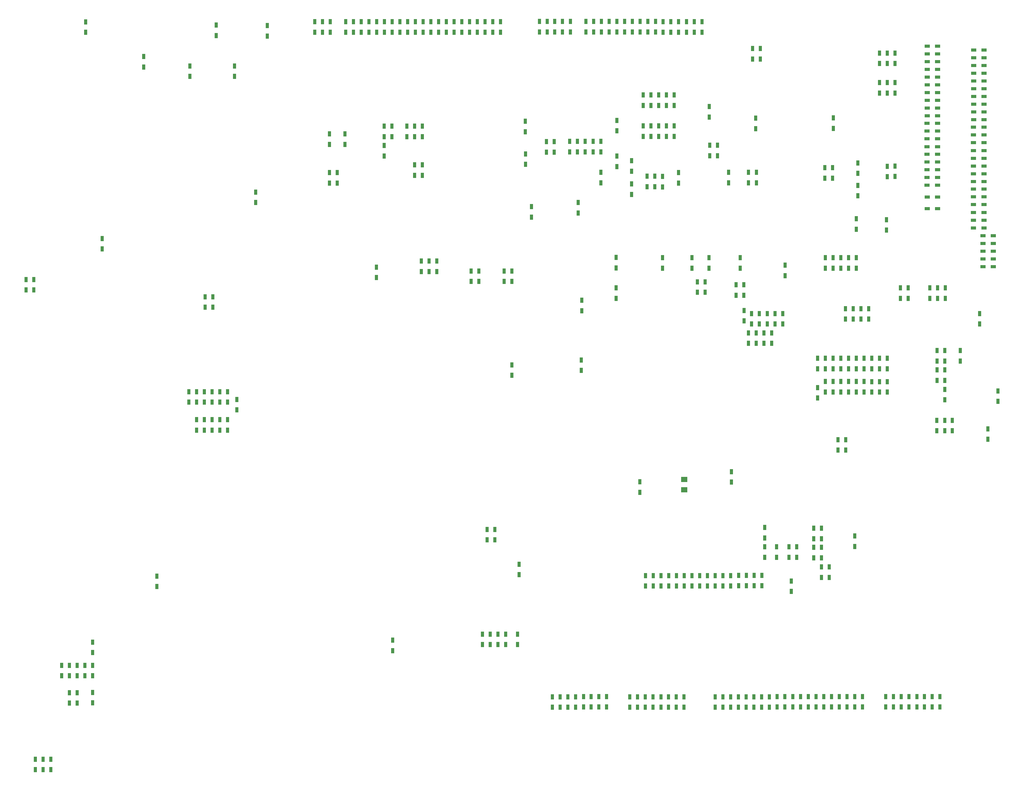
<source format=gbr>
%FSLAX34Y34*%
%MOMM*%
%LNSMDMASK_BOTTOM*%
G71*
G01*
%ADD10R,1.100X1.700*%
%ADD11R,1.700X1.100*%
%ADD12R,2.100X1.700*%
%LPD*%
X1016794Y929481D02*
G54D10*
D03*
X1016794Y895350D02*
G54D10*
D03*
X1042194Y929481D02*
G54D10*
D03*
X1042194Y895350D02*
G54D10*
D03*
X1067594Y929481D02*
G54D10*
D03*
X1067594Y895350D02*
G54D10*
D03*
X1118394Y929481D02*
G54D10*
D03*
X1118394Y895350D02*
G54D10*
D03*
X1143794Y929481D02*
G54D10*
D03*
X1143794Y895350D02*
G54D10*
D03*
X1169194Y929481D02*
G54D10*
D03*
X1169194Y895350D02*
G54D10*
D03*
X1194594Y929481D02*
G54D10*
D03*
X1194594Y895350D02*
G54D10*
D03*
X1219994Y929481D02*
G54D10*
D03*
X1219994Y895350D02*
G54D10*
D03*
X1245394Y895350D02*
G54D10*
D03*
X1245394Y929481D02*
G54D10*
D03*
X1270794Y895350D02*
G54D10*
D03*
X1270794Y929481D02*
G54D10*
D03*
X264319Y894556D02*
G54D10*
D03*
X264319Y928688D02*
G54D10*
D03*
X454819Y781050D02*
G54D10*
D03*
X454819Y815181D02*
G54D10*
D03*
X606425Y750094D02*
G54D10*
D03*
X606425Y784225D02*
G54D10*
D03*
X692944Y884238D02*
G54D10*
D03*
X692944Y918369D02*
G54D10*
D03*
X753269Y750094D02*
G54D10*
D03*
X753269Y784225D02*
G54D10*
D03*
X860425Y882650D02*
G54D10*
D03*
X860425Y916781D02*
G54D10*
D03*
X1296194Y895350D02*
G54D10*
D03*
X1296194Y929481D02*
G54D10*
D03*
X1321594Y895350D02*
G54D10*
D03*
X1321594Y929481D02*
G54D10*
D03*
X1346994Y895350D02*
G54D10*
D03*
X1346994Y929481D02*
G54D10*
D03*
X1372394Y895350D02*
G54D10*
D03*
X1372394Y929481D02*
G54D10*
D03*
X1397794Y895350D02*
G54D10*
D03*
X1397794Y929481D02*
G54D10*
D03*
X1423194Y895350D02*
G54D10*
D03*
X1423194Y929481D02*
G54D10*
D03*
X1448594Y895350D02*
G54D10*
D03*
X1448594Y929481D02*
G54D10*
D03*
X1473994Y895350D02*
G54D10*
D03*
X1473994Y929481D02*
G54D10*
D03*
X1499394Y895350D02*
G54D10*
D03*
X1499394Y929481D02*
G54D10*
D03*
X1524794Y895350D02*
G54D10*
D03*
X1524794Y929481D02*
G54D10*
D03*
X1550194Y895350D02*
G54D10*
D03*
X1550194Y929481D02*
G54D10*
D03*
X1575594Y895350D02*
G54D10*
D03*
X1575594Y929481D02*
G54D10*
D03*
X1600994Y895350D02*
G54D10*
D03*
X1600994Y929481D02*
G54D10*
D03*
X1626394Y895350D02*
G54D10*
D03*
X1626394Y929481D02*
G54D10*
D03*
X1754188Y896144D02*
G54D10*
D03*
X1754188Y930275D02*
G54D10*
D03*
X1779588Y896144D02*
G54D10*
D03*
X1779588Y930275D02*
G54D10*
D03*
X1804194Y896144D02*
G54D10*
D03*
X1804194Y930275D02*
G54D10*
D03*
X1829594Y896144D02*
G54D10*
D03*
X1829594Y930275D02*
G54D10*
D03*
X1855788Y896144D02*
G54D10*
D03*
X1855788Y930275D02*
G54D10*
D03*
X1906588Y896144D02*
G54D10*
D03*
X1906588Y930275D02*
G54D10*
D03*
X1931988Y896144D02*
G54D10*
D03*
X1931988Y930275D02*
G54D10*
D03*
X1957388Y896144D02*
G54D10*
D03*
X1957388Y930275D02*
G54D10*
D03*
X1982788Y896144D02*
G54D10*
D03*
X1982788Y930275D02*
G54D10*
D03*
X2008188Y896144D02*
G54D10*
D03*
X2008188Y930275D02*
G54D10*
D03*
X2033588Y896144D02*
G54D10*
D03*
X2033588Y930275D02*
G54D10*
D03*
X2058988Y896144D02*
G54D10*
D03*
X2058988Y930275D02*
G54D10*
D03*
X2084388Y896144D02*
G54D10*
D03*
X2084388Y930275D02*
G54D10*
D03*
X2109788Y896144D02*
G54D10*
D03*
X2109788Y930275D02*
G54D10*
D03*
X2135188Y896144D02*
G54D10*
D03*
X2135188Y930275D02*
G54D10*
D03*
X2159794Y895350D02*
G54D10*
D03*
X2159794Y929481D02*
G54D10*
D03*
X2287588Y895350D02*
G54D10*
D03*
X2287588Y929481D02*
G54D10*
D03*
X2262188Y895350D02*
G54D10*
D03*
X2262188Y929481D02*
G54D10*
D03*
X2236788Y895350D02*
G54D10*
D03*
X2236788Y929481D02*
G54D10*
D03*
X2210594Y895350D02*
G54D10*
D03*
X2210594Y929481D02*
G54D10*
D03*
X2185194Y895350D02*
G54D10*
D03*
X2185194Y929481D02*
G54D10*
D03*
X2453481Y807244D02*
G54D10*
D03*
X2453481Y841375D02*
G54D10*
D03*
X2478881Y807244D02*
G54D10*
D03*
X2478881Y841375D02*
G54D10*
D03*
X2870200Y792162D02*
G54D10*
D03*
X2870200Y826294D02*
G54D10*
D03*
X2895600Y792162D02*
G54D10*
D03*
X2895600Y826294D02*
G54D10*
D03*
X2921000Y792162D02*
G54D10*
D03*
X2921000Y826294D02*
G54D10*
D03*
X2921000Y695325D02*
G54D10*
D03*
X2921000Y729456D02*
G54D10*
D03*
X2895600Y695325D02*
G54D10*
D03*
X2895600Y729456D02*
G54D10*
D03*
X2870200Y695325D02*
G54D10*
D03*
X2870200Y729456D02*
G54D10*
D03*
X2718594Y579438D02*
G54D10*
D03*
X2718594Y613569D02*
G54D10*
D03*
X2463006Y578644D02*
G54D10*
D03*
X2463006Y612775D02*
G54D10*
D03*
X2310606Y616744D02*
G54D10*
D03*
X2310606Y650875D02*
G54D10*
D03*
X2195512Y654844D02*
G54D10*
D03*
X2195512Y688975D02*
G54D10*
D03*
X2170112Y654844D02*
G54D10*
D03*
X2170112Y688975D02*
G54D10*
D03*
X2144712Y654844D02*
G54D10*
D03*
X2144712Y688975D02*
G54D10*
D03*
X2119312Y654844D02*
G54D10*
D03*
X2119312Y688975D02*
G54D10*
D03*
X2093912Y654844D02*
G54D10*
D03*
X2093912Y688975D02*
G54D10*
D03*
X2008188Y571500D02*
G54D10*
D03*
X2008188Y605631D02*
G54D10*
D03*
X1707356Y568325D02*
G54D10*
D03*
X1707356Y602456D02*
G54D10*
D03*
X822325Y335756D02*
G54D10*
D03*
X822325Y369888D02*
G54D10*
D03*
X1064419Y527050D02*
G54D10*
D03*
X1064419Y561181D02*
G54D10*
D03*
X1115219Y527050D02*
G54D10*
D03*
X1115219Y561181D02*
G54D10*
D03*
X1064419Y400050D02*
G54D10*
D03*
X1064419Y434181D02*
G54D10*
D03*
X1089819Y400050D02*
G54D10*
D03*
X1089819Y434181D02*
G54D10*
D03*
X1727994Y288131D02*
G54D10*
D03*
X1727994Y322262D02*
G54D10*
D03*
X1708150Y461169D02*
G54D10*
D03*
X1708150Y495300D02*
G54D10*
D03*
X1369219Y425450D02*
G54D10*
D03*
X1369219Y459581D02*
G54D10*
D03*
X1343819Y425450D02*
G54D10*
D03*
X1343819Y459581D02*
G54D10*
D03*
X1244600Y488950D02*
G54D10*
D03*
X1244600Y523081D02*
G54D10*
D03*
X1369219Y552450D02*
G54D10*
D03*
X1369219Y586581D02*
G54D10*
D03*
X1343819Y552450D02*
G54D10*
D03*
X1343819Y586581D02*
G54D10*
D03*
X1318419Y552450D02*
G54D10*
D03*
X1318419Y586581D02*
G54D10*
D03*
X1270000Y552450D02*
G54D10*
D03*
X1270000Y586581D02*
G54D10*
D03*
X1244600Y552450D02*
G54D10*
D03*
X1244600Y586581D02*
G54D10*
D03*
X1776412Y501650D02*
G54D10*
D03*
X1776412Y535781D02*
G54D10*
D03*
X1801812Y501650D02*
G54D10*
D03*
X1801812Y535781D02*
G54D10*
D03*
X1852612Y502444D02*
G54D10*
D03*
X1852612Y536575D02*
G54D10*
D03*
X1881188Y301625D02*
G54D10*
D03*
X1881188Y335756D02*
G54D10*
D03*
X1955006Y400844D02*
G54D10*
D03*
X1955006Y434975D02*
G54D10*
D03*
X2055812Y362744D02*
G54D10*
D03*
X2055812Y396875D02*
G54D10*
D03*
X2008188Y454025D02*
G54D10*
D03*
X2008188Y488156D02*
G54D10*
D03*
X2055812Y438944D02*
G54D10*
D03*
X2055812Y473075D02*
G54D10*
D03*
X2106612Y388144D02*
G54D10*
D03*
X2106612Y422275D02*
G54D10*
D03*
X2132012Y388144D02*
G54D10*
D03*
X2132012Y422275D02*
G54D10*
D03*
X2157412Y387350D02*
G54D10*
D03*
X2157412Y421481D02*
G54D10*
D03*
X2210594Y400050D02*
G54D10*
D03*
X2210594Y434181D02*
G54D10*
D03*
X2374106Y400844D02*
G54D10*
D03*
X2374106Y434975D02*
G54D10*
D03*
X2439988Y400844D02*
G54D10*
D03*
X2439988Y434975D02*
G54D10*
D03*
X2338388Y489744D02*
G54D10*
D03*
X2338388Y523875D02*
G54D10*
D03*
X2312988Y489744D02*
G54D10*
D03*
X2312988Y523875D02*
G54D10*
D03*
X2195512Y553244D02*
G54D10*
D03*
X2195512Y587375D02*
G54D10*
D03*
X2170112Y553244D02*
G54D10*
D03*
X2170112Y587375D02*
G54D10*
D03*
X2093912Y553244D02*
G54D10*
D03*
X2093912Y587375D02*
G54D10*
D03*
X2119312Y553244D02*
G54D10*
D03*
X2119312Y587375D02*
G54D10*
D03*
X2144712Y553244D02*
G54D10*
D03*
X2144712Y587375D02*
G54D10*
D03*
X1955006Y502444D02*
G54D10*
D03*
X1955006Y536575D02*
G54D10*
D03*
X1878012Y502444D02*
G54D10*
D03*
X1878012Y536575D02*
G54D10*
D03*
X1903412Y502444D02*
G54D10*
D03*
X1903412Y536575D02*
G54D10*
D03*
X1929606Y502444D02*
G54D10*
D03*
X1929606Y536575D02*
G54D10*
D03*
X2466181Y400844D02*
G54D10*
D03*
X2466181Y434975D02*
G54D10*
D03*
X2690019Y415925D02*
G54D10*
D03*
X2690019Y450056D02*
G54D10*
D03*
X2715419Y415925D02*
G54D10*
D03*
X2715419Y450056D02*
G54D10*
D03*
X2798762Y431800D02*
G54D10*
D03*
X2798762Y465931D02*
G54D10*
D03*
X2798762Y357981D02*
G54D10*
D03*
X2798762Y392112D02*
G54D10*
D03*
X2794000Y248444D02*
G54D10*
D03*
X2794000Y282575D02*
G54D10*
D03*
X2892425Y245269D02*
G54D10*
D03*
X2892425Y279400D02*
G54D10*
D03*
X2895600Y420688D02*
G54D10*
D03*
X2895600Y454819D02*
G54D10*
D03*
X2921000Y421481D02*
G54D10*
D03*
X2921000Y455612D02*
G54D10*
D03*
X3026569Y849313D02*
G54D11*
D03*
X3060700Y849313D02*
G54D11*
D03*
X3026569Y823913D02*
G54D11*
D03*
X3060700Y823913D02*
G54D11*
D03*
X3026569Y798513D02*
G54D11*
D03*
X3060700Y798513D02*
G54D11*
D03*
X3026569Y773113D02*
G54D11*
D03*
X3060700Y773113D02*
G54D11*
D03*
X3026569Y747713D02*
G54D11*
D03*
X3060700Y747713D02*
G54D11*
D03*
X3026569Y722313D02*
G54D11*
D03*
X3060700Y722313D02*
G54D11*
D03*
X3026569Y696913D02*
G54D11*
D03*
X3060700Y696913D02*
G54D11*
D03*
X3026569Y671513D02*
G54D11*
D03*
X3060700Y671513D02*
G54D11*
D03*
X3026569Y646113D02*
G54D11*
D03*
X3060700Y646113D02*
G54D11*
D03*
X3026569Y620713D02*
G54D11*
D03*
X3060700Y620713D02*
G54D11*
D03*
X3025775Y596106D02*
G54D11*
D03*
X3059906Y596106D02*
G54D11*
D03*
X3025775Y469106D02*
G54D11*
D03*
X3059906Y469106D02*
G54D11*
D03*
X3025775Y494506D02*
G54D11*
D03*
X3059906Y494506D02*
G54D11*
D03*
X3025775Y519113D02*
G54D11*
D03*
X3059906Y519113D02*
G54D11*
D03*
X3025775Y545306D02*
G54D11*
D03*
X3059906Y545306D02*
G54D11*
D03*
X3025775Y570706D02*
G54D11*
D03*
X3059906Y570706D02*
G54D11*
D03*
X3178969Y836613D02*
G54D11*
D03*
X3213100Y836613D02*
G54D11*
D03*
X3178969Y811213D02*
G54D11*
D03*
X3213100Y811213D02*
G54D11*
D03*
X3178969Y785813D02*
G54D11*
D03*
X3213100Y785813D02*
G54D11*
D03*
X3178969Y760413D02*
G54D11*
D03*
X3213100Y760413D02*
G54D11*
D03*
X3178969Y735013D02*
G54D11*
D03*
X3213100Y735013D02*
G54D11*
D03*
X3178969Y709613D02*
G54D11*
D03*
X3213100Y709613D02*
G54D11*
D03*
X3178969Y684213D02*
G54D11*
D03*
X3213100Y684213D02*
G54D11*
D03*
X3178969Y658813D02*
G54D11*
D03*
X3213100Y658813D02*
G54D11*
D03*
X3178969Y633413D02*
G54D11*
D03*
X3213100Y633413D02*
G54D11*
D03*
X3178969Y608013D02*
G54D11*
D03*
X3213100Y608013D02*
G54D11*
D03*
X3178175Y583406D02*
G54D11*
D03*
X3212306Y583406D02*
G54D11*
D03*
X3178175Y455613D02*
G54D11*
D03*
X3212306Y455613D02*
G54D11*
D03*
X3178175Y481013D02*
G54D11*
D03*
X3212306Y481013D02*
G54D11*
D03*
X3178175Y506413D02*
G54D11*
D03*
X3212306Y506413D02*
G54D11*
D03*
X3178175Y532606D02*
G54D11*
D03*
X3212306Y532606D02*
G54D11*
D03*
X3178175Y558006D02*
G54D11*
D03*
X3212306Y558006D02*
G54D11*
D03*
X2794000Y120650D02*
G54D10*
D03*
X2794000Y154781D02*
G54D10*
D03*
X2768600Y120650D02*
G54D10*
D03*
X2768600Y154781D02*
G54D10*
D03*
X2743200Y120650D02*
G54D10*
D03*
X2743200Y154781D02*
G54D10*
D03*
X2717800Y120650D02*
G54D10*
D03*
X2717800Y154781D02*
G54D10*
D03*
X2692400Y120650D02*
G54D10*
D03*
X2692400Y154781D02*
G54D10*
D03*
X2667000Y-209550D02*
G54D10*
D03*
X2667000Y-175419D02*
G54D10*
D03*
X2692400Y-209550D02*
G54D10*
D03*
X2692400Y-175419D02*
G54D10*
D03*
X2717800Y-209550D02*
G54D10*
D03*
X2717800Y-175419D02*
G54D10*
D03*
X2743200Y-209550D02*
G54D10*
D03*
X2743200Y-175419D02*
G54D10*
D03*
X2768600Y-209550D02*
G54D10*
D03*
X2768600Y-175419D02*
G54D10*
D03*
X2794000Y-209550D02*
G54D10*
D03*
X2794000Y-175419D02*
G54D10*
D03*
X2819400Y-209550D02*
G54D10*
D03*
X2819400Y-175419D02*
G54D10*
D03*
X2844800Y-209550D02*
G54D10*
D03*
X2844800Y-175419D02*
G54D10*
D03*
X2870200Y-209550D02*
G54D10*
D03*
X2870200Y-175419D02*
G54D10*
D03*
X2895600Y-209550D02*
G54D10*
D03*
X2895600Y-175419D02*
G54D10*
D03*
X2692400Y-285750D02*
G54D10*
D03*
X2692400Y-251619D02*
G54D10*
D03*
X2717800Y-285750D02*
G54D10*
D03*
X2717800Y-251619D02*
G54D10*
D03*
X2743200Y-285750D02*
G54D10*
D03*
X2743200Y-251619D02*
G54D10*
D03*
X2768600Y-285750D02*
G54D10*
D03*
X2768600Y-251619D02*
G54D10*
D03*
X2895600Y-286544D02*
G54D10*
D03*
X2895600Y-252412D02*
G54D10*
D03*
X2870200Y-286544D02*
G54D10*
D03*
X2870200Y-252412D02*
G54D10*
D03*
X2844800Y-286544D02*
G54D10*
D03*
X2844800Y-252412D02*
G54D10*
D03*
X2819400Y-285750D02*
G54D10*
D03*
X2819400Y-251619D02*
G54D10*
D03*
X2794000Y-285750D02*
G54D10*
D03*
X2794000Y-251619D02*
G54D10*
D03*
X2101850Y-923131D02*
G54D10*
D03*
X2101850Y-889000D02*
G54D10*
D03*
X2127250Y-923131D02*
G54D10*
D03*
X2127250Y-889000D02*
G54D10*
D03*
X2152650Y-923131D02*
G54D10*
D03*
X2152650Y-889000D02*
G54D10*
D03*
X2178050Y-923131D02*
G54D10*
D03*
X2178050Y-889000D02*
G54D10*
D03*
X2203450Y-923131D02*
G54D10*
D03*
X2203450Y-889000D02*
G54D10*
D03*
X2228850Y-923131D02*
G54D10*
D03*
X2228850Y-889000D02*
G54D10*
D03*
X2254250Y-923131D02*
G54D10*
D03*
X2254250Y-889000D02*
G54D10*
D03*
X2279650Y-923131D02*
G54D10*
D03*
X2279650Y-889000D02*
G54D10*
D03*
X2305050Y-923131D02*
G54D10*
D03*
X2305050Y-889000D02*
G54D10*
D03*
X2330450Y-923131D02*
G54D10*
D03*
X2330450Y-889000D02*
G54D10*
D03*
X2355850Y-923131D02*
G54D10*
D03*
X2355850Y-889000D02*
G54D10*
D03*
X2381250Y-923131D02*
G54D10*
D03*
X2381250Y-889000D02*
G54D10*
D03*
X2407444Y-922338D02*
G54D10*
D03*
X2407444Y-888206D02*
G54D10*
D03*
X2432844Y-922338D02*
G54D10*
D03*
X2432844Y-888206D02*
G54D10*
D03*
X2458244Y-922338D02*
G54D10*
D03*
X2458244Y-888206D02*
G54D10*
D03*
X2483644Y-922338D02*
G54D10*
D03*
X2483644Y-888206D02*
G54D10*
D03*
X3025775Y392906D02*
G54D11*
D03*
X3059906Y392906D02*
G54D11*
D03*
X3025775Y418306D02*
G54D11*
D03*
X3059906Y418306D02*
G54D11*
D03*
X3025775Y443706D02*
G54D11*
D03*
X3059906Y443706D02*
G54D11*
D03*
X3178175Y430213D02*
G54D11*
D03*
X3212306Y430213D02*
G54D11*
D03*
X3178175Y404813D02*
G54D11*
D03*
X3212306Y404813D02*
G54D11*
D03*
X3178175Y380206D02*
G54D11*
D03*
X3212306Y380206D02*
G54D11*
D03*
X3178175Y252413D02*
G54D11*
D03*
X3212306Y252413D02*
G54D11*
D03*
X3178175Y277813D02*
G54D11*
D03*
X3212306Y277813D02*
G54D11*
D03*
X3178175Y303213D02*
G54D11*
D03*
X3212306Y303213D02*
G54D11*
D03*
X3178175Y329406D02*
G54D11*
D03*
X3212306Y329406D02*
G54D11*
D03*
X3178175Y354806D02*
G54D11*
D03*
X3212306Y354806D02*
G54D11*
D03*
X3209131Y125413D02*
G54D11*
D03*
X3243262Y125413D02*
G54D11*
D03*
X3209131Y150813D02*
G54D11*
D03*
X3243262Y150813D02*
G54D11*
D03*
X3209131Y176213D02*
G54D11*
D03*
X3243262Y176213D02*
G54D11*
D03*
X3209131Y201613D02*
G54D11*
D03*
X3243262Y201613D02*
G54D11*
D03*
X3209131Y227013D02*
G54D11*
D03*
X3243262Y227013D02*
G54D11*
D03*
X3026569Y354013D02*
G54D11*
D03*
X3060700Y354013D02*
G54D11*
D03*
X3026569Y315913D02*
G54D11*
D03*
X3060700Y315913D02*
G54D11*
D03*
X2667000Y-305594D02*
G54D10*
D03*
X2667000Y-271462D02*
G54D10*
D03*
X2733675Y-477044D02*
G54D10*
D03*
X2733675Y-442912D02*
G54D10*
D03*
X2759075Y-477044D02*
G54D10*
D03*
X2759075Y-442912D02*
G54D10*
D03*
X2271712Y41275D02*
G54D10*
D03*
X2271712Y75406D02*
G54D10*
D03*
X2297112Y41275D02*
G54D10*
D03*
X2297112Y75406D02*
G54D10*
D03*
X2398712Y31750D02*
G54D10*
D03*
X2398712Y65881D02*
G54D10*
D03*
X2424112Y31750D02*
G54D10*
D03*
X2424112Y65881D02*
G54D10*
D03*
X2938462Y21431D02*
G54D10*
D03*
X2938462Y55562D02*
G54D10*
D03*
X2963862Y21431D02*
G54D10*
D03*
X2963862Y55562D02*
G54D10*
D03*
X2834481Y-46831D02*
G54D10*
D03*
X2834481Y-12700D02*
G54D10*
D03*
X2809081Y-46831D02*
G54D10*
D03*
X2809081Y-12700D02*
G54D10*
D03*
X2783681Y-46831D02*
G54D10*
D03*
X2783681Y-12700D02*
G54D10*
D03*
X2758281Y-46831D02*
G54D10*
D03*
X2758281Y-12700D02*
G54D10*
D03*
X3086100Y21431D02*
G54D10*
D03*
X3086100Y55562D02*
G54D10*
D03*
X3060700Y21431D02*
G54D10*
D03*
X3060700Y55562D02*
G54D10*
D03*
X3035300Y21431D02*
G54D10*
D03*
X3035300Y55562D02*
G54D10*
D03*
X3058319Y-184150D02*
G54D10*
D03*
X3058319Y-150019D02*
G54D10*
D03*
X3083719Y-184150D02*
G54D10*
D03*
X3083719Y-150019D02*
G54D10*
D03*
X3058319Y-247650D02*
G54D10*
D03*
X3058319Y-213519D02*
G54D10*
D03*
X3083719Y-247650D02*
G54D10*
D03*
X3083719Y-213519D02*
G54D10*
D03*
X3134519Y-184150D02*
G54D10*
D03*
X3134519Y-150019D02*
G54D10*
D03*
X3083719Y-311944D02*
G54D10*
D03*
X3083719Y-277812D02*
G54D10*
D03*
X3198019Y-62706D02*
G54D10*
D03*
X3198019Y-28575D02*
G54D10*
D03*
X3258344Y-316706D02*
G54D10*
D03*
X3258344Y-282575D02*
G54D10*
D03*
X3225800Y-441325D02*
G54D10*
D03*
X3225800Y-407194D02*
G54D10*
D03*
X2788444Y-792956D02*
G54D10*
D03*
X2788444Y-758825D02*
G54D10*
D03*
X2532062Y-828675D02*
G54D10*
D03*
X2532062Y-794544D02*
G54D10*
D03*
X2493169Y-765175D02*
G54D10*
D03*
X2493169Y-731044D02*
G54D10*
D03*
X2383631Y-581819D02*
G54D10*
D03*
X2383631Y-547688D02*
G54D10*
D03*
X2493169Y-828675D02*
G54D10*
D03*
X2493169Y-794544D02*
G54D10*
D03*
X2580481Y-940594D02*
G54D10*
D03*
X2580481Y-906462D02*
G54D10*
D03*
X603250Y-319088D02*
G54D10*
D03*
X603250Y-284956D02*
G54D10*
D03*
X730250Y-319088D02*
G54D10*
D03*
X730250Y-284956D02*
G54D10*
D03*
X704850Y-319088D02*
G54D10*
D03*
X704850Y-284956D02*
G54D10*
D03*
X679450Y-319088D02*
G54D10*
D03*
X679450Y-284956D02*
G54D10*
D03*
X654050Y-319088D02*
G54D10*
D03*
X654050Y-284956D02*
G54D10*
D03*
X628650Y-319088D02*
G54D10*
D03*
X628650Y-284956D02*
G54D10*
D03*
X730250Y-411162D02*
G54D10*
D03*
X730250Y-377031D02*
G54D10*
D03*
X704850Y-411162D02*
G54D10*
D03*
X704850Y-377031D02*
G54D10*
D03*
X679450Y-411162D02*
G54D10*
D03*
X679450Y-377031D02*
G54D10*
D03*
X654050Y-411162D02*
G54D10*
D03*
X654050Y-377031D02*
G54D10*
D03*
X628650Y-411162D02*
G54D10*
D03*
X628650Y-377031D02*
G54D10*
D03*
X760412Y-344488D02*
G54D10*
D03*
X760412Y-310356D02*
G54D10*
D03*
X681831Y-7938D02*
G54D10*
D03*
X681831Y26194D02*
G54D10*
D03*
X656431Y-7938D02*
G54D10*
D03*
X656431Y26194D02*
G54D10*
D03*
X94456Y49212D02*
G54D10*
D03*
X94456Y83344D02*
G54D10*
D03*
X69056Y49212D02*
G54D10*
D03*
X69056Y83344D02*
G54D10*
D03*
X319088Y183356D02*
G54D10*
D03*
X319088Y217488D02*
G54D10*
D03*
X1554956Y76994D02*
G54D10*
D03*
X1554956Y111125D02*
G54D10*
D03*
X1529556Y76994D02*
G54D10*
D03*
X1529556Y111125D02*
G54D10*
D03*
X1663700Y76994D02*
G54D10*
D03*
X1663700Y111125D02*
G54D10*
D03*
X1638300Y76994D02*
G54D10*
D03*
X1638300Y111125D02*
G54D10*
D03*
X1416844Y109538D02*
G54D10*
D03*
X1416844Y143669D02*
G54D10*
D03*
X1391444Y109538D02*
G54D10*
D03*
X1391444Y143669D02*
G54D10*
D03*
X1366044Y109538D02*
G54D10*
D03*
X1366044Y143669D02*
G54D10*
D03*
X2551906Y-62706D02*
G54D10*
D03*
X2551906Y-28575D02*
G54D10*
D03*
X2526506Y-62706D02*
G54D10*
D03*
X2526506Y-28575D02*
G54D10*
D03*
X2501106Y-62706D02*
G54D10*
D03*
X2501106Y-28575D02*
G54D10*
D03*
X2474912Y-62706D02*
G54D10*
D03*
X2474912Y-28575D02*
G54D10*
D03*
X2449512Y-62706D02*
G54D10*
D03*
X2449512Y-28575D02*
G54D10*
D03*
X2516188Y-126206D02*
G54D10*
D03*
X2516188Y-92075D02*
G54D10*
D03*
X2490788Y-126206D02*
G54D10*
D03*
X2490788Y-92075D02*
G54D10*
D03*
X2465388Y-126206D02*
G54D10*
D03*
X2465388Y-92075D02*
G54D10*
D03*
X2439988Y-126206D02*
G54D10*
D03*
X2439988Y-92075D02*
G54D10*
D03*
X2424906Y-52388D02*
G54D10*
D03*
X2424906Y-18256D02*
G54D10*
D03*
X1796256Y-1320800D02*
G54D10*
D03*
X1796256Y-1286669D02*
G54D10*
D03*
X1821656Y-1320800D02*
G54D10*
D03*
X1821656Y-1286669D02*
G54D10*
D03*
X1847056Y-1320800D02*
G54D10*
D03*
X1847056Y-1286669D02*
G54D10*
D03*
X1872456Y-1320800D02*
G54D10*
D03*
X1872456Y-1286669D02*
G54D10*
D03*
X1898650Y-1320006D02*
G54D10*
D03*
X1898650Y-1285875D02*
G54D10*
D03*
X1923256Y-1320006D02*
G54D10*
D03*
X1923256Y-1285875D02*
G54D10*
D03*
X1948656Y-1320006D02*
G54D10*
D03*
X1948656Y-1285875D02*
G54D10*
D03*
X1974056Y-1320006D02*
G54D10*
D03*
X1974056Y-1285875D02*
G54D10*
D03*
X2050256Y-1320800D02*
G54D10*
D03*
X2050256Y-1286669D02*
G54D10*
D03*
X2075656Y-1320800D02*
G54D10*
D03*
X2075656Y-1286669D02*
G54D10*
D03*
X2101056Y-1320800D02*
G54D10*
D03*
X2101056Y-1286669D02*
G54D10*
D03*
X2126456Y-1320800D02*
G54D10*
D03*
X2126456Y-1286669D02*
G54D10*
D03*
X2152650Y-1320800D02*
G54D10*
D03*
X2152650Y-1286669D02*
G54D10*
D03*
X2177256Y-1320800D02*
G54D10*
D03*
X2177256Y-1286669D02*
G54D10*
D03*
X2202656Y-1320800D02*
G54D10*
D03*
X2202656Y-1286669D02*
G54D10*
D03*
X2228056Y-1320800D02*
G54D10*
D03*
X2228056Y-1286669D02*
G54D10*
D03*
X2330450Y-1320800D02*
G54D10*
D03*
X2330450Y-1286669D02*
G54D10*
D03*
X2355850Y-1320800D02*
G54D10*
D03*
X2355850Y-1286669D02*
G54D10*
D03*
X2381250Y-1320800D02*
G54D10*
D03*
X2381250Y-1286669D02*
G54D10*
D03*
X2406650Y-1320800D02*
G54D10*
D03*
X2406650Y-1286669D02*
G54D10*
D03*
X2432050Y-1320800D02*
G54D10*
D03*
X2432050Y-1286669D02*
G54D10*
D03*
X2457450Y-1320800D02*
G54D10*
D03*
X2457450Y-1286669D02*
G54D10*
D03*
X2482850Y-1320800D02*
G54D10*
D03*
X2482850Y-1286669D02*
G54D10*
D03*
X2508250Y-1320800D02*
G54D10*
D03*
X2508250Y-1286669D02*
G54D10*
D03*
X2533650Y-1320006D02*
G54D10*
D03*
X2533650Y-1285875D02*
G54D10*
D03*
X2559050Y-1320006D02*
G54D10*
D03*
X2559050Y-1285875D02*
G54D10*
D03*
X2585244Y-1320006D02*
G54D10*
D03*
X2585244Y-1285875D02*
G54D10*
D03*
X2610644Y-1320006D02*
G54D10*
D03*
X2610644Y-1285875D02*
G54D10*
D03*
X2636044Y-1320006D02*
G54D10*
D03*
X2636044Y-1285875D02*
G54D10*
D03*
X2661444Y-1320006D02*
G54D10*
D03*
X2661444Y-1285875D02*
G54D10*
D03*
X2686844Y-1320006D02*
G54D10*
D03*
X2686844Y-1285875D02*
G54D10*
D03*
X2712244Y-1320006D02*
G54D10*
D03*
X2712244Y-1285875D02*
G54D10*
D03*
X2737644Y-1320006D02*
G54D10*
D03*
X2737644Y-1285875D02*
G54D10*
D03*
X2763044Y-1320006D02*
G54D10*
D03*
X2763044Y-1285875D02*
G54D10*
D03*
X2788444Y-1320006D02*
G54D10*
D03*
X2788444Y-1285875D02*
G54D10*
D03*
X2813844Y-1320006D02*
G54D10*
D03*
X2813844Y-1285875D02*
G54D10*
D03*
X2890044Y-1320006D02*
G54D10*
D03*
X2890044Y-1285875D02*
G54D10*
D03*
X2915444Y-1320006D02*
G54D10*
D03*
X2915444Y-1285875D02*
G54D10*
D03*
X2940844Y-1320006D02*
G54D10*
D03*
X2940844Y-1285875D02*
G54D10*
D03*
X2966244Y-1320006D02*
G54D10*
D03*
X2966244Y-1285875D02*
G54D10*
D03*
X2992438Y-1320006D02*
G54D10*
D03*
X2992438Y-1285875D02*
G54D10*
D03*
X3017044Y-1320006D02*
G54D10*
D03*
X3017044Y-1285875D02*
G54D10*
D03*
X3042444Y-1320006D02*
G54D10*
D03*
X3042444Y-1285875D02*
G54D10*
D03*
X3067844Y-1320006D02*
G54D10*
D03*
X3067844Y-1285875D02*
G54D10*
D03*
X99219Y-1525588D02*
G54D10*
D03*
X99219Y-1491456D02*
G54D10*
D03*
X124619Y-1525588D02*
G54D10*
D03*
X124619Y-1491456D02*
G54D10*
D03*
X150019Y-1525588D02*
G54D10*
D03*
X150019Y-1491456D02*
G54D10*
D03*
X211138Y-1307306D02*
G54D10*
D03*
X211138Y-1273175D02*
G54D10*
D03*
X236538Y-1307306D02*
G54D10*
D03*
X236538Y-1273175D02*
G54D10*
D03*
X287338Y-1306512D02*
G54D10*
D03*
X287338Y-1272381D02*
G54D10*
D03*
X287338Y-1141412D02*
G54D10*
D03*
X287338Y-1107281D02*
G54D10*
D03*
X498475Y-924719D02*
G54D10*
D03*
X498475Y-890588D02*
G54D10*
D03*
X185738Y-1217612D02*
G54D10*
D03*
X185738Y-1183481D02*
G54D10*
D03*
X211138Y-1217612D02*
G54D10*
D03*
X211138Y-1183481D02*
G54D10*
D03*
X236538Y-1217612D02*
G54D10*
D03*
X236538Y-1183481D02*
G54D10*
D03*
X261938Y-1217612D02*
G54D10*
D03*
X261938Y-1183481D02*
G54D10*
D03*
X287338Y-1217612D02*
G54D10*
D03*
X287338Y-1183481D02*
G54D10*
D03*
X1272381Y-1135062D02*
G54D10*
D03*
X1272381Y-1100931D02*
G54D10*
D03*
X1566862Y-1115219D02*
G54D10*
D03*
X1566862Y-1081088D02*
G54D10*
D03*
X1592262Y-1115219D02*
G54D10*
D03*
X1592262Y-1081088D02*
G54D10*
D03*
X1617662Y-1115219D02*
G54D10*
D03*
X1617662Y-1081088D02*
G54D10*
D03*
X1643062Y-1115219D02*
G54D10*
D03*
X1643062Y-1081088D02*
G54D10*
D03*
X1681956Y-1115219D02*
G54D10*
D03*
X1681956Y-1081088D02*
G54D10*
D03*
X1686719Y-885825D02*
G54D10*
D03*
X1686719Y-851694D02*
G54D10*
D03*
X1581944Y-771525D02*
G54D10*
D03*
X1581944Y-737394D02*
G54D10*
D03*
X1607344Y-771525D02*
G54D10*
D03*
X1607344Y-737394D02*
G54D10*
D03*
X2083594Y-615156D02*
G54D10*
D03*
X2083594Y-581025D02*
G54D10*
D03*
X1663700Y-230981D02*
G54D10*
D03*
X1663700Y-196850D02*
G54D10*
D03*
X1890712Y-215106D02*
G54D10*
D03*
X1890712Y-180975D02*
G54D10*
D03*
X1893094Y-19050D02*
G54D10*
D03*
X1893094Y15081D02*
G54D10*
D03*
X2005012Y21431D02*
G54D10*
D03*
X2005012Y55562D02*
G54D10*
D03*
X2005012Y121444D02*
G54D10*
D03*
X2005012Y155575D02*
G54D10*
D03*
X2157412Y120650D02*
G54D10*
D03*
X2157412Y154781D02*
G54D10*
D03*
X2254250Y120650D02*
G54D10*
D03*
X2254250Y154781D02*
G54D10*
D03*
X2309812Y120650D02*
G54D10*
D03*
X2309812Y154781D02*
G54D10*
D03*
X2412206Y120650D02*
G54D10*
D03*
X2412206Y154781D02*
G54D10*
D03*
X2559844Y96044D02*
G54D10*
D03*
X2559844Y130175D02*
G54D10*
D03*
X3057525Y-413544D02*
G54D10*
D03*
X3057525Y-379412D02*
G54D10*
D03*
X3083719Y-413544D02*
G54D10*
D03*
X3083719Y-379412D02*
G54D10*
D03*
X3108325Y-413544D02*
G54D10*
D03*
X3108325Y-379412D02*
G54D10*
D03*
X2654300Y-767556D02*
G54D10*
D03*
X2654300Y-733425D02*
G54D10*
D03*
X2679700Y-767556D02*
G54D10*
D03*
X2679700Y-733425D02*
G54D10*
D03*
X2572544Y-828675D02*
G54D10*
D03*
X2572544Y-794544D02*
G54D10*
D03*
X2597944Y-828675D02*
G54D10*
D03*
X2597944Y-794544D02*
G54D10*
D03*
X2654300Y-830262D02*
G54D10*
D03*
X2654300Y-796131D02*
G54D10*
D03*
X2679700Y-830262D02*
G54D10*
D03*
X2679700Y-796131D02*
G54D10*
D03*
X2679700Y-894556D02*
G54D10*
D03*
X2679700Y-860425D02*
G54D10*
D03*
X2705100Y-894556D02*
G54D10*
D03*
X2705100Y-860425D02*
G54D10*
D03*
X1219200Y89694D02*
G54D10*
D03*
X1219200Y123825D02*
G54D10*
D03*
X2228851Y-573087D02*
G54D12*
D03*
X2228850Y-607219D02*
G54D12*
D03*
M02*

</source>
